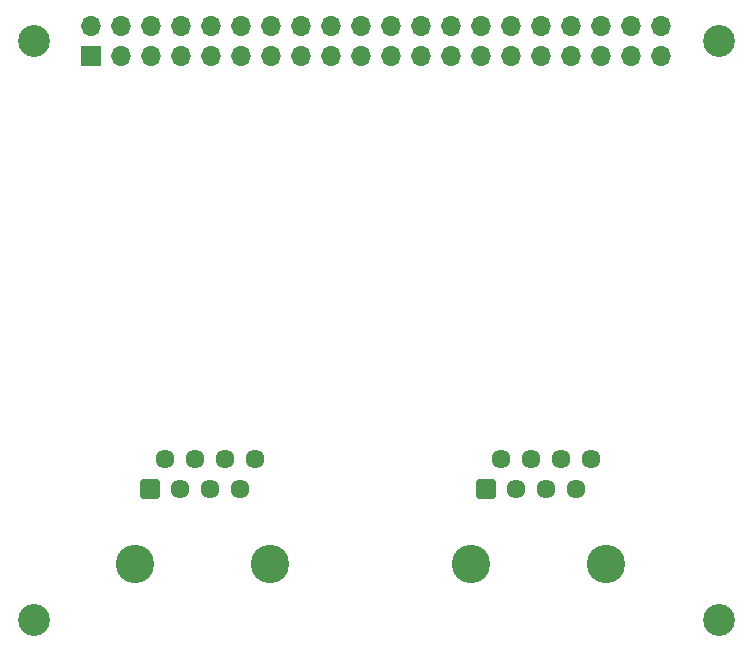
<source format=gbs>
G04 #@! TF.GenerationSoftware,KiCad,Pcbnew,6.0.11+dfsg-1*
G04 #@! TF.CreationDate,2025-03-22T20:51:54+01:00*
G04 #@! TF.ProjectId,shootingrangepcb,73686f6f-7469-46e6-9772-616e67657063,rev?*
G04 #@! TF.SameCoordinates,Original*
G04 #@! TF.FileFunction,Soldermask,Bot*
G04 #@! TF.FilePolarity,Negative*
%FSLAX46Y46*%
G04 Gerber Fmt 4.6, Leading zero omitted, Abs format (unit mm)*
G04 Created by KiCad (PCBNEW 6.0.11+dfsg-1) date 2025-03-22 20:51:54*
%MOMM*%
%LPD*%
G01*
G04 APERTURE LIST*
G04 Aperture macros list*
%AMRoundRect*
0 Rectangle with rounded corners*
0 $1 Rounding radius*
0 $2 $3 $4 $5 $6 $7 $8 $9 X,Y pos of 4 corners*
0 Add a 4 corners polygon primitive as box body*
4,1,4,$2,$3,$4,$5,$6,$7,$8,$9,$2,$3,0*
0 Add four circle primitives for the rounded corners*
1,1,$1+$1,$2,$3*
1,1,$1+$1,$4,$5*
1,1,$1+$1,$6,$7*
1,1,$1+$1,$8,$9*
0 Add four rect primitives between the rounded corners*
20,1,$1+$1,$2,$3,$4,$5,0*
20,1,$1+$1,$4,$5,$6,$7,0*
20,1,$1+$1,$6,$7,$8,$9,0*
20,1,$1+$1,$8,$9,$2,$3,0*%
G04 Aperture macros list end*
%ADD10C,1.612000*%
%ADD11C,3.250000*%
%ADD12RoundRect,0.102000X-0.704000X0.704000X-0.704000X-0.704000X0.704000X-0.704000X0.704000X0.704000X0*%
%ADD13R,1.700000X1.700000*%
%ADD14O,1.700000X1.700000*%
%ADD15C,2.700000*%
G04 APERTURE END LIST*
D10*
X149375000Y-85460000D03*
D11*
X140485000Y-91820000D03*
X151915000Y-91820000D03*
D10*
X150645000Y-82920000D03*
X146835000Y-85460000D03*
X148105000Y-82920000D03*
X144295000Y-85460000D03*
X145565000Y-82920000D03*
D12*
X141755000Y-85460000D03*
D10*
X143025000Y-82920000D03*
D13*
X108370000Y-48770000D03*
D14*
X108370000Y-46230000D03*
X110910000Y-48770000D03*
X110910000Y-46230000D03*
X113450000Y-48770000D03*
X113450000Y-46230000D03*
X115990000Y-48770000D03*
X115990000Y-46230000D03*
X118530000Y-48770000D03*
X118530000Y-46230000D03*
X121070000Y-48770000D03*
X121070000Y-46230000D03*
X123610000Y-48770000D03*
X123610000Y-46230000D03*
X126150000Y-48770000D03*
X126150000Y-46230000D03*
X128690000Y-48770000D03*
X128690000Y-46230000D03*
X131230000Y-48770000D03*
X131230000Y-46230000D03*
X133770000Y-48770000D03*
X133770000Y-46230000D03*
X136310000Y-48770000D03*
X136310000Y-46230000D03*
X138850000Y-48770000D03*
X138850000Y-46230000D03*
X141390000Y-48770000D03*
X141390000Y-46230000D03*
X143930000Y-48770000D03*
X143930000Y-46230000D03*
X146470000Y-48770000D03*
X146470000Y-46230000D03*
X149010000Y-48770000D03*
X149010000Y-46230000D03*
X151550000Y-48770000D03*
X151550000Y-46230000D03*
X154090000Y-48770000D03*
X154090000Y-46230000D03*
X156630000Y-48770000D03*
X156630000Y-46230000D03*
D10*
X120975000Y-85460000D03*
D11*
X112085000Y-91820000D03*
X123515000Y-91820000D03*
D10*
X122245000Y-82920000D03*
X118435000Y-85460000D03*
X119705000Y-82920000D03*
X115895000Y-85460000D03*
X117165000Y-82920000D03*
D12*
X113355000Y-85460000D03*
D10*
X114625000Y-82920000D03*
D15*
X161500000Y-47500000D03*
X103500000Y-96500000D03*
X103500000Y-47500000D03*
X161500000Y-96500000D03*
M02*

</source>
